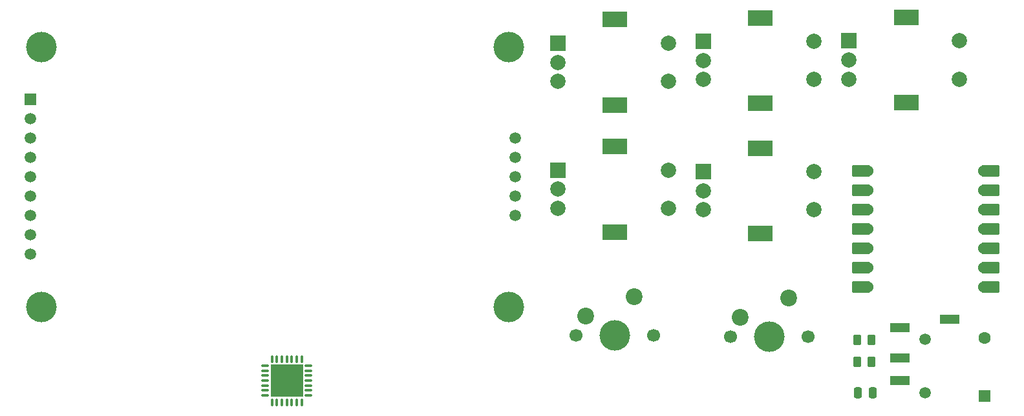
<source format=gbr>
%TF.GenerationSoftware,KiCad,Pcbnew,9.0.6*%
%TF.CreationDate,2026-01-26T19:54:01-03:00*%
%TF.ProjectId,osciloscopio,6f736369-6c6f-4736-936f-70696f2e6b69,rev?*%
%TF.SameCoordinates,Original*%
%TF.FileFunction,Soldermask,Top*%
%TF.FilePolarity,Negative*%
%FSLAX46Y46*%
G04 Gerber Fmt 4.6, Leading zero omitted, Abs format (unit mm)*
G04 Created by KiCad (PCBNEW 9.0.6) date 2026-01-26 19:54:01*
%MOMM*%
%LPD*%
G01*
G04 APERTURE LIST*
G04 Aperture macros list*
%AMRoundRect*
0 Rectangle with rounded corners*
0 $1 Rounding radius*
0 $2 $3 $4 $5 $6 $7 $8 $9 X,Y pos of 4 corners*
0 Add a 4 corners polygon primitive as box body*
4,1,4,$2,$3,$4,$5,$6,$7,$8,$9,$2,$3,0*
0 Add four circle primitives for the rounded corners*
1,1,$1+$1,$2,$3*
1,1,$1+$1,$4,$5*
1,1,$1+$1,$6,$7*
1,1,$1+$1,$8,$9*
0 Add four rect primitives between the rounded corners*
20,1,$1+$1,$2,$3,$4,$5,0*
20,1,$1+$1,$4,$5,$6,$7,0*
20,1,$1+$1,$6,$7,$8,$9,0*
20,1,$1+$1,$8,$9,$2,$3,0*%
G04 Aperture macros list end*
%ADD10C,2.000000*%
%ADD11R,3.200000X2.000000*%
%ADD12R,2.000000X2.000000*%
%ADD13C,4.000000*%
%ADD14R,1.500000X1.500000*%
%ADD15C,1.500000*%
%ADD16RoundRect,0.075000X-0.437500X-0.075000X0.437500X-0.075000X0.437500X0.075000X-0.437500X0.075000X0*%
%ADD17RoundRect,0.075000X-0.075000X-0.437500X0.075000X-0.437500X0.075000X0.437500X-0.075000X0.437500X0*%
%ADD18R,4.250000X4.250000*%
%ADD19RoundRect,0.152400X1.063600X0.609600X-1.063600X0.609600X-1.063600X-0.609600X1.063600X-0.609600X0*%
%ADD20C,1.524000*%
%ADD21RoundRect,0.152400X-1.063600X-0.609600X1.063600X-0.609600X1.063600X0.609600X-1.063600X0.609600X0*%
%ADD22C,1.700000*%
%ADD23C,2.200000*%
%ADD24RoundRect,0.250000X-0.262500X-0.450000X0.262500X-0.450000X0.262500X0.450000X-0.262500X0.450000X0*%
%ADD25R,2.500000X1.200000*%
%ADD26RoundRect,0.250000X0.550000X-0.550000X0.550000X0.550000X-0.550000X0.550000X-0.550000X-0.550000X0*%
%ADD27C,1.600000*%
%ADD28RoundRect,0.250000X-0.250000X-0.475000X0.250000X-0.475000X0.250000X0.475000X-0.250000X0.475000X0*%
G04 APERTURE END LIST*
D10*
%TO.C,SW3*%
X224770000Y-59172500D03*
X224770000Y-64172500D03*
D11*
X217770000Y-67272500D03*
X217770000Y-56072500D03*
D10*
X210270000Y-61672500D03*
X210270000Y-64172500D03*
D12*
X210270000Y-59172500D03*
%TD*%
D13*
%TO.C,U3*%
X123625000Y-59910000D03*
X123625000Y-94010000D03*
X184825000Y-59910000D03*
X184825000Y-94010000D03*
D14*
X122125000Y-66800000D03*
D15*
X122125000Y-69340000D03*
X122125000Y-71880000D03*
X122125000Y-74420000D03*
X122125000Y-76960000D03*
X122125000Y-79500000D03*
X122125000Y-82040000D03*
X122125000Y-84580000D03*
X122125000Y-87120000D03*
X185645000Y-71880000D03*
X185645000Y-74420000D03*
X185645000Y-76960000D03*
X185645000Y-79500000D03*
X185645000Y-82040000D03*
%TD*%
D16*
%TO.C,U2*%
X152905000Y-101743750D03*
X152905000Y-102393750D03*
X152905000Y-103043750D03*
X152905000Y-103693750D03*
X152905000Y-104343750D03*
X152905000Y-104993750D03*
X152905000Y-105643750D03*
D17*
X153792500Y-106531250D03*
X154442500Y-106531250D03*
X155092500Y-106531250D03*
X155742500Y-106531250D03*
X156392500Y-106531250D03*
X157042500Y-106531250D03*
X157692500Y-106531250D03*
D16*
X158580000Y-105643750D03*
X158580000Y-104993750D03*
X158580000Y-104343750D03*
X158580000Y-103693750D03*
X158580000Y-103043750D03*
X158580000Y-102393750D03*
X158580000Y-101743750D03*
D17*
X157692500Y-100856250D03*
X157042500Y-100856250D03*
X156392500Y-100856250D03*
X155742500Y-100856250D03*
X155092500Y-100856250D03*
X154442500Y-100856250D03*
X153792500Y-100856250D03*
D18*
X155742500Y-103693750D03*
%TD*%
D19*
%TO.C,U1*%
X230975000Y-76170000D03*
D20*
X231810000Y-76170000D03*
D19*
X230975000Y-78710000D03*
D20*
X231810000Y-78710000D03*
D19*
X230975000Y-81250000D03*
D20*
X231810000Y-81250000D03*
D19*
X230975000Y-83790000D03*
D20*
X231810000Y-83790000D03*
D19*
X230975000Y-86330000D03*
D20*
X231810000Y-86330000D03*
D19*
X230975000Y-88870000D03*
D20*
X231810000Y-88870000D03*
D19*
X230975000Y-91410000D03*
D20*
X231810000Y-91410000D03*
X247050000Y-91410000D03*
D21*
X247885000Y-91410000D03*
D20*
X247050000Y-88870000D03*
D21*
X247885000Y-88870000D03*
D20*
X247050000Y-86330000D03*
D21*
X247885000Y-86330000D03*
D20*
X247050000Y-83790000D03*
D21*
X247885000Y-83790000D03*
D20*
X247050000Y-81250000D03*
D21*
X247885000Y-81250000D03*
D20*
X247050000Y-78710000D03*
D21*
X247885000Y-78710000D03*
D20*
X247050000Y-76170000D03*
D21*
X247885000Y-76170000D03*
%TD*%
D12*
%TO.C,SW7*%
X191238750Y-76081250D03*
D10*
X191238750Y-81081250D03*
X191238750Y-78581250D03*
D11*
X198738750Y-72981250D03*
X198738750Y-84181250D03*
D10*
X205738750Y-81081250D03*
X205738750Y-76081250D03*
%TD*%
D12*
%TO.C,SW6*%
X191238750Y-59412500D03*
D10*
X191238750Y-64412500D03*
X191238750Y-61912500D03*
D11*
X198738750Y-56312500D03*
X198738750Y-67512500D03*
D10*
X205738750Y-64412500D03*
X205738750Y-59412500D03*
%TD*%
D12*
%TO.C,SW5*%
X229360000Y-59110000D03*
D10*
X229360000Y-64110000D03*
X229360000Y-61610000D03*
D11*
X236860000Y-56010000D03*
X236860000Y-67210000D03*
D10*
X243860000Y-64110000D03*
X243860000Y-59110000D03*
%TD*%
D12*
%TO.C,SW4*%
X210270000Y-76270000D03*
D10*
X210270000Y-81270000D03*
X210270000Y-78770000D03*
D11*
X217770000Y-73170000D03*
X217770000Y-84370000D03*
D10*
X224770000Y-81270000D03*
X224770000Y-76270000D03*
%TD*%
D22*
%TO.C,SW2*%
X193620000Y-97750000D03*
D13*
X198700000Y-97750000D03*
D22*
X203780000Y-97750000D03*
D23*
X201240000Y-92670000D03*
X194890000Y-95210000D03*
%TD*%
D22*
%TO.C,SW1*%
X213880000Y-97910000D03*
D13*
X218960000Y-97910000D03*
D22*
X224040000Y-97910000D03*
D23*
X221500000Y-92830000D03*
X215150000Y-95370000D03*
%TD*%
D24*
%TO.C,R3*%
X230475000Y-101270000D03*
X232300000Y-101270000D03*
%TD*%
%TO.C,R1*%
X230475000Y-98320000D03*
X232300000Y-98320000D03*
%TD*%
D15*
%TO.C,J1*%
X239300000Y-105310000D03*
X239300000Y-98310000D03*
D25*
X236050000Y-100710000D03*
X236050000Y-103710000D03*
X242550000Y-95610000D03*
X236050000Y-96710000D03*
%TD*%
D26*
%TO.C,D1*%
X247090000Y-105760000D03*
D27*
X247090000Y-98140000D03*
%TD*%
D28*
%TO.C,C1*%
X230553750Y-105330000D03*
X232453750Y-105330000D03*
%TD*%
M02*

</source>
